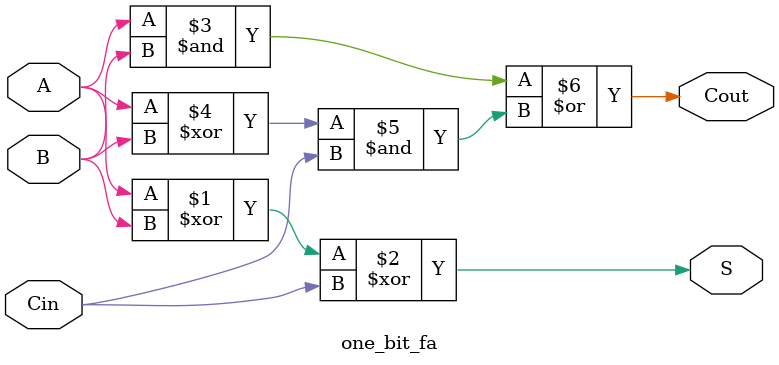
<source format=v>
`timescale 1ns / 1ps


module one_bit_fa(A,B,Cin,S,Cout);

input A,B,Cin;
output S,Cout;

assign S=(A^B)^Cin;
assign Cout=(A&B)|((A^B)&Cin);
endmodule

</source>
